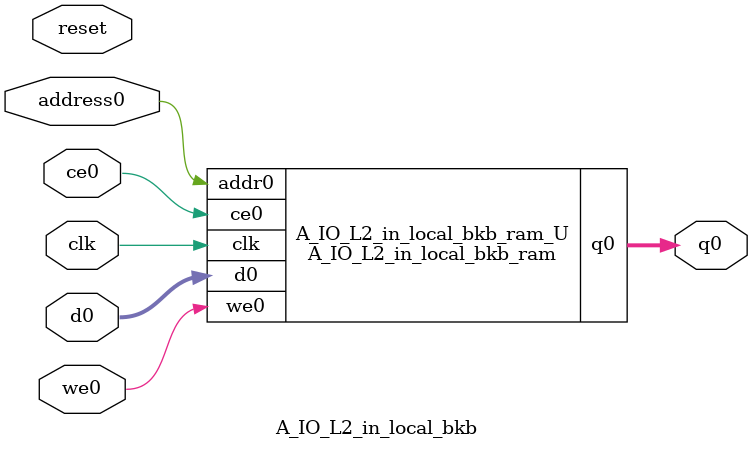
<source format=v>
`timescale 1 ns / 1 ps
module A_IO_L2_in_local_bkb_ram (addr0, ce0, d0, we0, q0,  clk);

parameter DWIDTH = 128;
parameter AWIDTH = 1;
parameter MEM_SIZE = 2;

input[AWIDTH-1:0] addr0;
input ce0;
input[DWIDTH-1:0] d0;
input we0;
output reg[DWIDTH-1:0] q0;
input clk;

(* ram_style = "distributed" *)reg [DWIDTH-1:0] ram[0:MEM_SIZE-1];




always @(posedge clk)  
begin 
    if (ce0) begin
        if (we0) 
            ram[addr0] <= d0; 
        q0 <= ram[addr0];
    end
end


endmodule

`timescale 1 ns / 1 ps
module A_IO_L2_in_local_bkb(
    reset,
    clk,
    address0,
    ce0,
    we0,
    d0,
    q0);

parameter DataWidth = 32'd128;
parameter AddressRange = 32'd2;
parameter AddressWidth = 32'd1;
input reset;
input clk;
input[AddressWidth - 1:0] address0;
input ce0;
input we0;
input[DataWidth - 1:0] d0;
output[DataWidth - 1:0] q0;



A_IO_L2_in_local_bkb_ram A_IO_L2_in_local_bkb_ram_U(
    .clk( clk ),
    .addr0( address0 ),
    .ce0( ce0 ),
    .we0( we0 ),
    .d0( d0 ),
    .q0( q0 ));

endmodule


</source>
